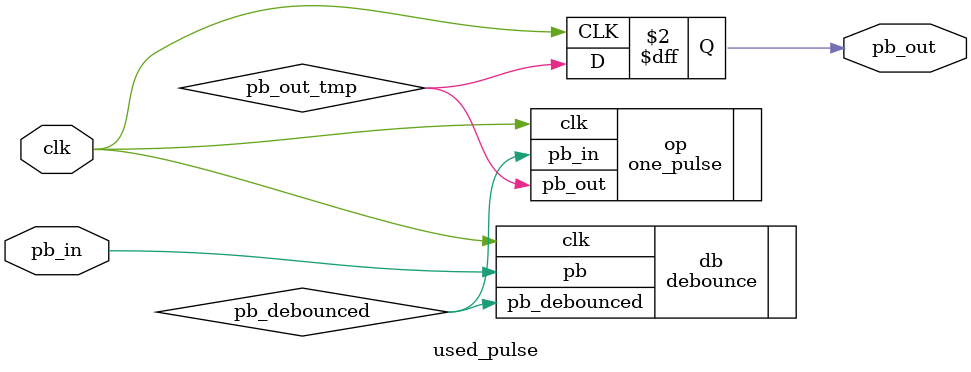
<source format=v>
module lab3_practice(
    input wire clk,
    input wire rst,
    input wire btnL,
    input wire btnR,
    output reg [15:0] LED
);
    used_pulse uprst(.clk(clk), .pb_in(rst), .pb_out(rst_pulse));
    used_pulse upbtnL(.clk(clk), .pb_in(btnL), .pb_out(btnL_pulse));
    used_pulse upbtnR(.clk(clk), .pb_in(btnR), .pb_out(btnR_pulse));

    reg leftDark, rightLight;

    always @(posedge clk) begin
        if(rst_pulse) begin
            LED <= 16'h0000;
            leftDark <= 15;
            rightLight <= 0;
        end else if(btnL_pulse && ~btnR_pulse) begin
            LED[leftDark] <= 1;
            leftDark <= leftDark - 1;
            rightLight <= leftDark;
        end else if(btnR_pulse && ~btnL_pulse) begin
            LED[rightLight] <= 0;
            leftDark <= rightLight;
            rightLight <= rightLight + 1;
        end else begin
            LED <= LED;
            leftDark <= leftDark;
            rightLight <= rightLight;
        end
    end
endmodule

module used_pulse(
    input clk,
    input pb_in,
    output reg pb_out
);
    debounce db(.clk(clk), .pb(pb_in), .pb_debounced(pb_debounced));
    one_pulse op(.clk(clk), .pb_in(pb_debounced), .pb_out(pb_out_tmp));

    always @(posedge clk) begin
        pb_out <= pb_out_tmp;
    end
endmodule
</source>
